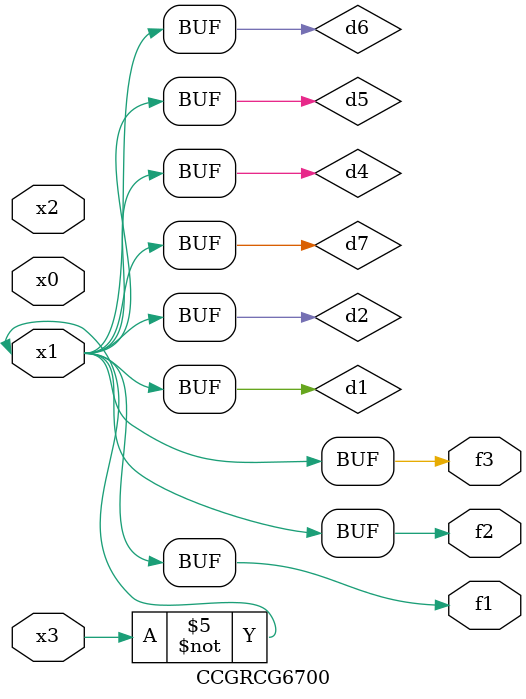
<source format=v>
module CCGRCG6700(
	input x0, x1, x2, x3,
	output f1, f2, f3
);

	wire d1, d2, d3, d4, d5, d6, d7;

	not (d1, x3);
	buf (d2, x1);
	xnor (d3, d1, d2);
	nor (d4, d1);
	buf (d5, d1, d2);
	buf (d6, d4, d5);
	nand (d7, d4);
	assign f1 = d6;
	assign f2 = d7;
	assign f3 = d6;
endmodule

</source>
